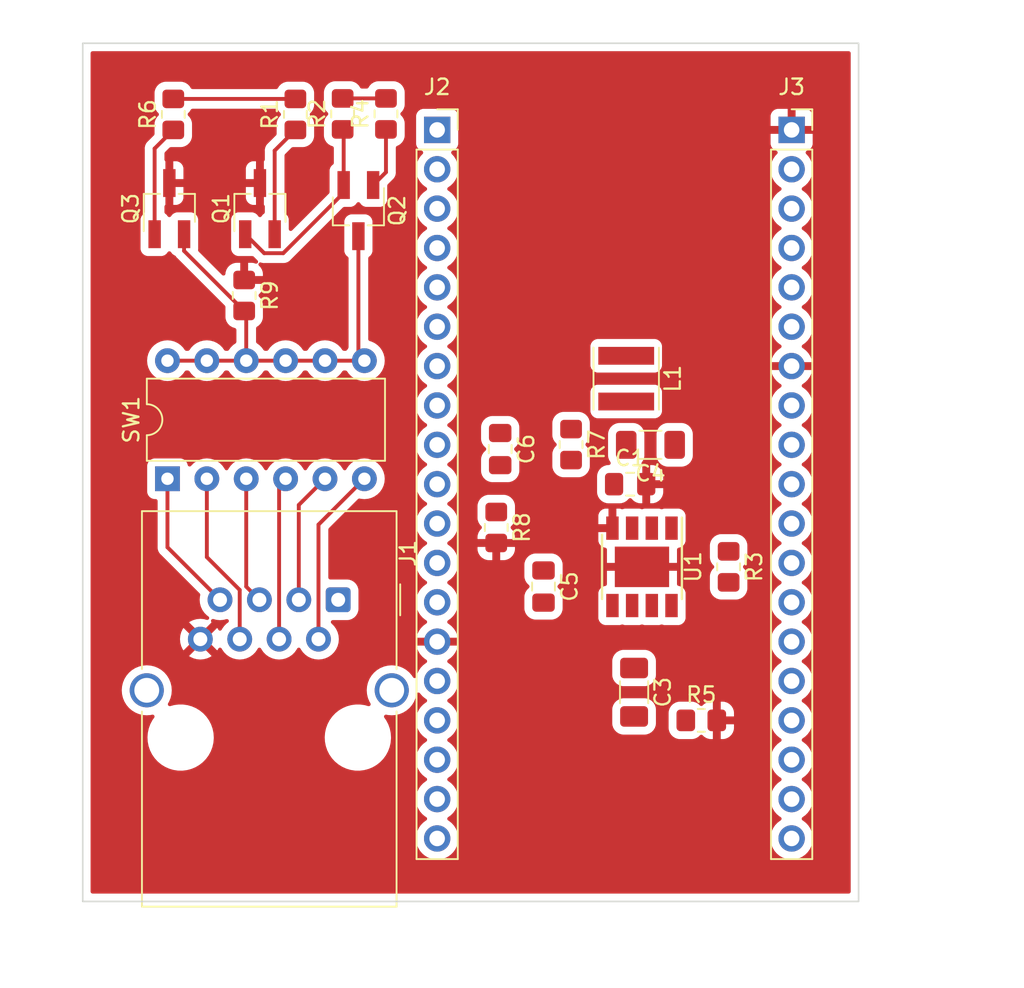
<source format=kicad_pcb>
(kicad_pcb (version 20210925) (generator pcbnew)
  (layers (0 "F.Cu" signal) (31 "B.Cu" signal) (34 "B.Paste" user) (35 "F.Paste" user) (36 "B.SilkS" user "B.Silkscreen") (37 "F.SilkS" user "F.Silkscreen") (38 "B.Mask" user) (39 "F.Mask" user) (44 "Edge.Cuts" user))
  (net 0 "")
  (net 1 "GND")
  (net 2 "Net-(J1-Pad7)")
  (net 3 "Net-(J1-Pad6)")
  (net 4 "Net-(J1-Pad5)")
  (net 5 "Net-(J1-Pad4)")
  (net 6 "Net-(J1-Pad3)")
  (net 7 "Net-(J1-Pad2)")
  (net 8 "VCC")
  (net 9 "GEA_3.3V_RX")
  (net 26 "+5V")
  (net 35 "GEA_3.3V_TX")
  (net 43 "+3V3")
  (net 44 "GEA_BUS")
  (net 45 "Net-(C3-Pad1)")
  (net 46 "Net-(C3-Pad2)")
  (net 47 "Net-(C4-Pad1)")
  (net 48 "Net-(C4-Pad2)")
  (net 49 "Net-(C5-Pad2)")
  (net 50 "Net-(Q1-Pad1)")
  (net 51 "Net-(Q2-Pad1)")
  (net 52 "Net-(R3-Pad2)")
  (footprint "Capacitor_SMD:C_0805_2012Metric_Pad1.18x1.45mm_HandSolder" (layer "F.Cu") (at 141.224 98.8275 -90)
    (fp_text reference "C6" (at 0 -1.68 90) (layer "F.SilkS"))
    (fp_text value "22µF")
    (fp_line (start -0.261252 0.735) (end 0.261252 0.735) (layer "F.SilkS") (width 0.12))
    (fp_line (start -0.261252 -0.735) (end 0.261252 -0.735) (layer "F.SilkS") (width 0.12))
    (pad "1" smd roundrect locked (at -1.0375 0 270) (size 1.175 1.45) (layers "F.Cu" "F.Paste" "F.Mask") (roundrect_rratio 0.212766) (net 26 "+5V"))
    (pad "2" smd roundrect locked (at 1.0375 0 270) (size 1.175 1.45) (layers "F.Cu" "F.Paste" "F.Mask") (roundrect_rratio 0.212766) (net 49 "Net-(C5-Pad2)"))
  )
  (footprint "Resistor_SMD:R_0805_2012Metric_Pad1.20x1.40mm_HandSolder" (layer "F.Cu") (at 120.142 77.232 90)
    (fp_text reference "R6" (at 0 -1.65 90) (layer "F.SilkS"))
    (fp_text value "47k")
    (fp_line (start -0.227064 -0.735) (end 0.227064 -0.735) (layer "F.SilkS") (width 0.12))
    (fp_line (start -0.227064 0.735) (end 0.227064 0.735) (layer "F.SilkS") (width 0.12))
    (pad "1" smd roundrect locked (at -1 0 90) (size 1.2 1.4) (layers "F.Cu" "F.Paste" "F.Mask") (roundrect_rratio 0.208333) (net 9 "GEA_3.3V_RX"))
    (pad "2" smd roundrect locked (at 1 0 90) (size 1.2 1.4) (layers "F.Cu" "F.Paste" "F.Mask") (roundrect_rratio 0.208333) (net 43 "+3V3"))
  )
  (footprint "Package_TO_SOT_SMD:SC-59_Handsoldering" (layer "F.Cu") (at 132.08 83.44 -90)
    (fp_text reference "Q2" (at 0 -2.5 90) (layer "F.SilkS"))
    (fp_text value "Q_NMOS_DGS")
    (fp_line (start 0.95 -1.65) (end 0.95 -0.6) (layer "F.SilkS") (width 0.12))
    (fp_line (start -1.45 -1.65) (end 0.95 -1.65) (layer "F.SilkS") (width 0.12))
    (fp_line (start -0.85 1.65) (end 0.95 1.65) (layer "F.SilkS") (width 0.12))
    (fp_line (start 0.95 1.65) (end 0.95 0.6) (layer "F.SilkS") (width 0.12))
    (pad "1" smd rect locked (at -1.65 -0.95 270) (size 1.8 0.8) (layers "F.Cu" "F.Paste" "F.Mask") (net 51 "Net-(Q2-Pad1)"))
    (pad "2" smd rect locked (at -1.65 0.95 270) (size 1.8 0.8) (layers "F.Cu" "F.Paste" "F.Mask") (net 50 "Net-(Q1-Pad1)"))
    (pad "3" smd rect locked (at 1.65 0 270) (size 1.8 0.8) (layers "F.Cu" "F.Paste" "F.Mask") (net 44 "GEA_BUS"))
  )
  (footprint "Package_DIP:DIP-12_W7.62mm" (layer "F.Cu") (at 119.766 100.742001 90)
    (fp_text reference "SW1" (at 3.81 -2.33 90) (layer "F.SilkS"))
    (fp_text value "SW_DIP_x06")
    (fp_line (start 1.16 -1.33) (end 1.16 14.03) (layer "F.SilkS") (width 0.12))
    (fp_line (start 2.81 -1.33) (end 1.16 -1.33) (layer "F.SilkS") (width 0.12))
    (fp_line (start 6.46 14.03) (end 6.46 -1.33) (layer "F.SilkS") (width 0.12))
    (fp_line (start 6.46 -1.33) (end 4.81 -1.33) (layer "F.SilkS") (width 0.12))
    (fp_line (start 1.16 14.03) (end 6.46 14.03) (layer "F.SilkS") (width 0.12))
    (fp_arc (start 3.81 -1.33) (end 2.81 -1.33) (angle -180) (layer "F.SilkS") (width 0.12))
    (pad "1" thru_hole rect locked (at 0 0 90) (size 1.6 1.6) (drill 0.8) (layers *.Cu *.Mask) (net 2 "Net-(J1-Pad7)"))
    (pad "2" thru_hole oval locked (at 0 2.54 90) (size 1.6 1.6) (drill 0.8) (layers *.Cu *.Mask) (net 3 "Net-(J1-Pad6)"))
    (pad "3" thru_hole oval locked (at 0 5.08 90) (size 1.6 1.6) (drill 0.8) (layers *.Cu *.Mask) (net 4 "Net-(J1-Pad5)"))
    (pad "4" thru_hole oval locked (at 0 7.62 90) (size 1.6 1.6) (drill 0.8) (layers *.Cu *.Mask) (net 5 "Net-(J1-Pad4)"))
    (pad "5" thru_hole oval locked (at 0 10.16 90) (size 1.6 1.6) (drill 0.8) (layers *.Cu *.Mask) (net 6 "Net-(J1-Pad3)"))
    (pad "6" thru_hole oval locked (at 0 12.7 90) (size 1.6 1.6) (drill 0.8) (layers *.Cu *.Mask) (net 7 "Net-(J1-Pad2)"))
    (pad "7" thru_hole oval locked (at 7.62 12.7 90) (size 1.6 1.6) (drill 0.8) (layers *.Cu *.Mask) (net 44 "GEA_BUS"))
    (pad "8" thru_hole oval locked (at 7.62 10.16 90) (size 1.6 1.6) (drill 0.8) (layers *.Cu *.Mask) (net 44 "GEA_BUS"))
    (pad "9" thru_hole oval locked (at 7.62 7.62 90) (size 1.6 1.6) (drill 0.8) (layers *.Cu *.Mask) (net 44 "GEA_BUS"))
    (pad "10" thru_hole oval locked (at 7.62 5.08 90) (size 1.6 1.6) (drill 0.8) (layers *.Cu *.Mask) (net 44 "GEA_BUS"))
    (pad "11" thru_hole oval locked (at 7.62 2.54 90) (size 1.6 1.6) (drill 0.8) (layers *.Cu *.Mask) (net 44 "GEA_BUS"))
    (pad "12" thru_hole oval locked (at 7.62 0 90) (size 1.6 1.6) (drill 0.8) (layers *.Cu *.Mask) (net 44 "GEA_BUS"))
  )
  (footprint "Connector_PinSocket_2.54mm:PinSocket_1x19_P2.54mm_Vertical" (layer "F.Cu") (at 137.16 78.232)
    (fp_text reference "J2" (at 0 -2.77) (layer "F.SilkS"))
    (fp_text value "Conn_01x19_Female")
    (fp_line (start -1.33 47.05) (end 1.33 47.05) (layer "F.SilkS") (width 0.12))
    (fp_line (start -1.33 1.27) (end 1.33 1.27) (layer "F.SilkS") (width 0.12))
    (fp_line (start 1.33 1.27) (end 1.33 47.05) (layer "F.SilkS") (width 0.12))
    (fp_line (start 0 -1.33) (end 1.33 -1.33) (layer "F.SilkS") (width 0.12))
    (fp_line (start 1.33 -1.33) (end 1.33 0) (layer "F.SilkS") (width 0.12))
    (fp_line (start -1.33 1.27) (end -1.33 47.05) (layer "F.SilkS") (width 0.12))
    (pad "1" thru_hole rect locked (at 0 0) (size 1.7 1.7) (drill 1) (layers *.Cu *.Mask) (net 43 "+3V3"))
    (pad "2" thru_hole oval locked (at 0 2.54) (size 1.7 1.7) (drill 1) (layers *.Cu *.Mask))
    (pad "3" thru_hole oval locked (at 0 5.08) (size 1.7 1.7) (drill 1) (layers *.Cu *.Mask))
    (pad "4" thru_hole oval locked (at 0 7.62) (size 1.7 1.7) (drill 1) (layers *.Cu *.Mask))
    (pad "5" thru_hole oval locked (at 0 10.16) (size 1.7 1.7) (drill 1) (layers *.Cu *.Mask))
    (pad "6" thru_hole oval locked (at 0 12.7) (size 1.7 1.7) (drill 1) (layers *.Cu *.Mask))
    (pad "7" thru_hole oval locked (at 0 15.24) (size 1.7 1.7) (drill 1) (layers *.Cu *.Mask))
    (pad "8" thru_hole oval locked (at 0 17.78) (size 1.7 1.7) (drill 1) (layers *.Cu *.Mask))
    (pad "9" thru_hole oval locked (at 0 20.32) (size 1.7 1.7) (drill 1) (layers *.Cu *.Mask))
    (pad "10" thru_hole oval locked (at 0 22.86) (size 1.7 1.7) (drill 1) (layers *.Cu *.Mask))
    (pad "11" thru_hole oval locked (at 0 25.4) (size 1.7 1.7) (drill 1) (layers *.Cu *.Mask))
    (pad "12" thru_hole oval locked (at 0 27.94) (size 1.7 1.7) (drill 1) (layers *.Cu *.Mask))
    (pad "13" thru_hole oval locked (at 0 30.48) (size 1.7 1.7) (drill 1) (layers *.Cu *.Mask))
    (pad "14" thru_hole oval locked (at 0 33.02) (size 1.7 1.7) (drill 1) (layers *.Cu *.Mask) (net 1 "GND"))
    (pad "15" thru_hole oval locked (at 0 35.56) (size 1.7 1.7) (drill 1) (layers *.Cu *.Mask))
    (pad "16" thru_hole oval locked (at 0 38.1) (size 1.7 1.7) (drill 1) (layers *.Cu *.Mask))
    (pad "17" thru_hole oval locked (at 0 40.64) (size 1.7 1.7) (drill 1) (layers *.Cu *.Mask))
    (pad "18" thru_hole oval locked (at 0 43.18) (size 1.7 1.7) (drill 1) (layers *.Cu *.Mask))
    (pad "19" thru_hole oval locked (at 0 45.72) (size 1.7 1.7) (drill 1) (layers *.Cu *.Mask) (net 26 "+5V"))
  )
  (footprint "Inductor_SMD:L_Vishay_IFSC-1515AH_4x4x1.8mm" (layer "F.Cu") (at 149.352 94.283 -90)
    (fp_text reference "L1" (at 0 -3 90) (layer "F.SilkS"))
    (fp_text value "10µH")
    (fp_line (start -2 -2.11) (end 2 -2.11) (layer "F.SilkS") (width 0.12))
    (fp_line (start 2 2.11) (end -2 2.11) (layer "F.SilkS") (width 0.12))
    (pad "1" smd rect locked (at -1.475 0 270) (size 1.15 3.6) (layers "F.Cu" "F.Paste" "F.Mask") (net 48 "Net-(C4-Pad2)"))
    (pad "2" smd rect locked (at 1.475 0 270) (size 1.15 3.6) (layers "F.Cu" "F.Paste" "F.Mask") (net 26 "+5V"))
  )
  (footprint "Package_TO_SOT_SMD:SC-59_Handsoldering" (layer "F.Cu") (at 119.888 83.312 90)
    (fp_text reference "Q3" (at 0 -2.5 90) (layer "F.SilkS"))
    (fp_text value "Q_NMOS_DGS")
    (fp_line (start 0.95 -1.65) (end 0.95 -0.6) (layer "F.SilkS") (width 0.12))
    (fp_line (start -1.45 -1.65) (end 0.95 -1.65) (layer "F.SilkS") (width 0.12))
    (fp_line (start -0.85 1.65) (end 0.95 1.65) (layer "F.SilkS") (width 0.12))
    (fp_line (start 0.95 1.65) (end 0.95 0.6) (layer "F.SilkS") (width 0.12))
    (pad "1" smd rect locked (at -1.65 -0.95 90) (size 1.8 0.8) (layers "F.Cu" "F.Paste" "F.Mask") (net 9 "GEA_3.3V_RX"))
    (pad "2" smd rect locked (at -1.65 0.95 90) (size 1.8 0.8) (layers "F.Cu" "F.Paste" "F.Mask") (net 44 "GEA_BUS"))
    (pad "3" smd rect locked (at 1.65 0 90) (size 1.8 0.8) (layers "F.Cu" "F.Paste" "F.Mask") (net 1 "GND"))
  )
  (footprint "Capacitor_SMD:C_0805_2012Metric_Pad1.18x1.45mm_HandSolder" (layer "F.Cu") (at 149.606 101.092)
    (fp_text reference "C1" (at 0 -1.68) (layer "F.SilkS"))
    (fp_text value "10µF")
    (fp_line (start -0.261252 -0.735) (end 0.261252 -0.735) (layer "F.SilkS") (width 0.12))
    (fp_line (start -0.261252 0.735) (end 0.261252 0.735) (layer "F.SilkS") (width 0.12))
    (pad "1" smd roundrect locked (at -1.0375 0) (size 1.175 1.45) (layers "F.Cu" "F.Paste" "F.Mask") (roundrect_rratio 0.212766) (net 8 "VCC"))
    (pad "2" smd roundrect locked (at 1.0375 0) (size 1.175 1.45) (layers "F.Cu" "F.Paste" "F.Mask") (roundrect_rratio 0.212766) (net 1 "GND"))
  )
  (footprint "Resistor_SMD:R_0805_2012Metric_Pad1.20x1.40mm_HandSolder" (layer "F.Cu") (at 131.064 77.2 90)
    (fp_text reference "R2" (at 0 -1.65 90) (layer "F.SilkS"))
    (fp_text value "47k")
    (fp_line (start -0.227064 -0.735) (end 0.227064 -0.735) (layer "F.SilkS") (width 0.12))
    (fp_line (start -0.227064 0.735) (end 0.227064 0.735) (layer "F.SilkS") (width 0.12))
    (pad "1" smd roundrect locked (at -1 0 90) (size 1.2 1.4) (layers "F.Cu" "F.Paste" "F.Mask") (roundrect_rratio 0.208333) (net 50 "Net-(Q1-Pad1)"))
    (pad "2" smd roundrect locked (at 1 0 90) (size 1.2 1.4) (layers "F.Cu" "F.Paste" "F.Mask") (roundrect_rratio 0.208333) (net 26 "+5V"))
  )
  (footprint "Capacitor_SMD:C_1206_3216Metric_Pad1.33x1.80mm_HandSolder" (layer "F.Cu") (at 149.86 114.5155 -90)
    (fp_text reference "C3" (at 0 -1.85 90) (layer "F.SilkS"))
    (fp_text value "6.8nF")
    (fp_line (start -0.711252 0.91) (end 0.711252 0.91) (layer "F.SilkS") (width 0.12))
    (fp_line (start -0.711252 -0.91) (end 0.711252 -0.91) (layer "F.SilkS") (width 0.12))
    (pad "1" smd roundrect locked (at -1.5625 0 270) (size 1.325 1.8) (layers "F.Cu" "F.Paste" "F.Mask") (roundrect_rratio 0.188679) (net 45 "Net-(C3-Pad1)"))
    (pad "2" smd roundrect locked (at 1.5625 0 270) (size 1.325 1.8) (layers "F.Cu" "F.Paste" "F.Mask") (roundrect_rratio 0.188679) (net 46 "Net-(C3-Pad2)"))
  )
  (footprint "Package_TO_SOT_SMD:SC-59_Handsoldering" (layer "F.Cu") (at 125.73 83.312 90)
    (fp_text reference "Q1" (at 0 -2.5 90) (layer "F.SilkS"))
    (fp_text value "Q_NMOS_DGS")
    (fp_line (start -0.85 1.65) (end 0.95 1.65) (layer "F.SilkS") (width 0.12))
    (fp_line (start 0.95 -1.65) (end 0.95 -0.6) (layer "F.SilkS") (width 0.12))
    (fp_line (start 0.95 1.65) (end 0.95 0.6) (layer "F.SilkS") (width 0.12))
    (fp_line (start -1.45 -1.65) (end 0.95 -1.65) (layer "F.SilkS") (width 0.12))
    (pad "1" smd rect locked (at -1.65 -0.95 90) (size 1.8 0.8) (layers "F.Cu" "F.Paste" "F.Mask") (net 50 "Net-(Q1-Pad1)"))
    (pad "2" smd rect locked (at -1.65 0.95 90) (size 1.8 0.8) (layers "F.Cu" "F.Paste" "F.Mask") (net 35 "GEA_3.3V_TX"))
    (pad "3" smd rect locked (at 1.65 0 90) (size 1.8 0.8) (layers "F.Cu" "F.Paste" "F.Mask") (net 1 "GND"))
  )
  (footprint "Connector_PinSocket_2.54mm:PinSocket_1x19_P2.54mm_Vertical" (layer "F.Cu") (at 160.02 78.232)
    (fp_text reference "J3" (at 0 -2.77) (layer "F.SilkS"))
    (fp_text value "Conn_01x19_Female")
    (fp_line (start -1.33 47.05) (end 1.33 47.05) (layer "F.SilkS") (width 0.12))
    (fp_line (start -1.33 1.27) (end 1.33 1.27) (layer "F.SilkS") (width 0.12))
    (fp_line (start 1.33 -1.33) (end 1.33 0) (layer "F.SilkS") (width 0.12))
    (fp_line (start 1.33 1.27) (end 1.33 47.05) (layer "F.SilkS") (width 0.12))
    (fp_line (start 0 -1.33) (end 1.33 -1.33) (layer "F.SilkS") (width 0.12))
    (fp_line (start -1.33 1.27) (end -1.33 47.05) (layer "F.SilkS") (width 0.12))
    (pad "1" thru_hole rect locked (at 0 0) (size 1.7 1.7) (drill 1) (layers *.Cu *.Mask) (net 1 "GND"))
    (pad "2" thru_hole oval locked (at 0 2.54) (size 1.7 1.7) (drill 1) (layers *.Cu *.Mask))
    (pad "3" thru_hole oval locked (at 0 5.08) (size 1.7 1.7) (drill 1) (layers *.Cu *.Mask))
    (pad "4" thru_hole oval locked (at 0 7.62) (size 1.7 1.7) (drill 1) (layers *.Cu *.Mask))
    (pad "5" thru_hole oval locked (at 0 10.16) (size 1.7 1.7) (drill 1) (layers *.Cu *.Mask))
    (pad "6" thru_hole oval locked (at 0 12.7) (size 1.7 1.7) (drill 1) (layers *.Cu *.Mask))
    (pad "7" thru_hole oval locked (at 0 15.24) (size 1.7 1.7) (drill 1) (layers *.Cu *.Mask) (net 1 "GND"))
    (pad "8" thru_hole oval locked (at 0 17.78) (size 1.7 1.7) (drill 1) (layers *.Cu *.Mask))
    (pad "9" thru_hole oval locked (at 0 20.32) (size 1.7 1.7) (drill 1) (layers *.Cu *.Mask))
    (pad "10" thru_hole oval locked (at 0 22.86) (size 1.7 1.7) (drill 1) (layers *.Cu *.Mask))
    (pad "11" thru_hole oval locked (at 0 25.4) (size 1.7 1.7) (drill 1) (layers *.Cu *.Mask) (net 35 "GEA_3.3V_TX"))
    (pad "12" thru_hole oval locked (at 0 27.94) (size 1.7 1.7) (drill 1) (layers *.Cu *.Mask) (net 9 "GEA_3.3V_RX"))
    (pad "13" thru_hole oval locked (at 0 30.48) (size 1.7 1.7) (drill 1) (layers *.Cu *.Mask))
    (pad "14" thru_hole oval locked (at 0 33.02) (size 1.7 1.7) (drill 1) (layers *.Cu *.Mask))
    (pad "15" thru_hole oval locked (at 0 35.56) (size 1.7 1.7) (drill 1) (layers *.Cu *.Mask))
    (pad "16" thru_hole oval locked (at 0 38.1) (size 1.7 1.7) (drill 1) (layers *.Cu *.Mask))
    (pad "17" thru_hole oval locked (at 0 40.64) (size 1.7 1.7) (drill 1) (layers *.Cu *.Mask))
    (pad "18" thru_hole oval locked (at 0 43.18) (size 1.7 1.7) (drill 1) (layers *.Cu *.Mask))
    (pad "19" thru_hole oval locked (at 0 45.72) (size 1.7 1.7) (drill 1) (layers *.Cu *.Mask))
  )
  (footprint "Resistor_SMD:R_0805_2012Metric_Pad1.20x1.40mm_HandSolder" (layer "F.Cu") (at 140.97 103.886 -90)
    (fp_text reference "R8" (at 0 -1.65 90) (layer "F.SilkS"))
    (fp_text value "10k")
    (fp_line (start -0.227064 0.735) (end 0.227064 0.735) (layer "F.SilkS") (width 0.12))
    (fp_line (start -0.227064 -0.735) (end 0.227064 -0.735) (layer "F.SilkS") (width 0.12))
    (pad "1" smd roundrect locked (at -1 0 270) (size 1.2 1.4) (layers "F.Cu" "F.Paste" "F.Mask") (roundrect_rratio 0.208333) (net 49 "Net-(C5-Pad2)"))
    (pad "2" smd roundrect locked (at 1 0 270) (size 1.2 1.4) (layers "F.Cu" "F.Paste" "F.Mask") (roundrect_rratio 0.208333) (net 1 "GND"))
  )
  (footprint "Resistor_SMD:R_0805_2012Metric_Pad1.20x1.40mm_HandSolder" (layer "F.Cu") (at 128.016 77.232 90)
    (fp_text reference "R1" (at 0 -1.65 90) (layer "F.SilkS"))
    (fp_text value "?")
    (fp_line (start -0.227064 -0.735) (end 0.227064 -0.735) (layer "F.SilkS") (width 0.12))
    (fp_line (start -0.227064 0.735) (end 0.227064 0.735) (layer "F.SilkS") (width 0.12))
    (pad "1" smd roundrect locked (at -1 0 90) (size 1.2 1.4) (layers "F.Cu" "F.Paste" "F.Mask") (roundrect_rratio 0.208333) (net 35 "GEA_3.3V_TX"))
    (pad "2" smd roundrect locked (at 1 0 90) (size 1.2 1.4) (layers "F.Cu" "F.Paste" "F.Mask") (roundrect_rratio 0.208333) (net 43 "+3V3"))
  )
  (footprint "Connector_RJ:RJ45_Wuerth_7499010001A_Horizontal" (layer "F.Cu") (at 130.776 108.552 -90)
    (fp_text reference "J1" (at -3 -4.5 90) (layer "F.SilkS"))
    (fp_text value "RJ45")
    (fp_line (start -5.72 12.655) (end 4.47 12.655) (layer "F.SilkS") (width 0.12))
    (fp_line (start 19.8 12.655) (end 19.8 -3.765) (layer "F.SilkS") (width 0.12))
    (fp_line (start 19.8 -3.765) (end 7.21 -3.765) (layer "F.SilkS") (width 0.12))
    (fp_line (start -1 -4) (end 1 -4) (layer "F.SilkS") (width 0.12))
    (fp_line (start -5.72 -3.765) (end -5.72 12.655) (layer "F.SilkS") (width 0.12))
    (fp_line (start 7.21 12.655) (end 19.8 12.655) (layer "F.SilkS") (width 0.12))
    (fp_line (start 4.47 -3.765) (end -5.72 -3.765) (layer "F.SilkS") (width 0.12))
    (pad "" np_thru_hole circle locked (at 8.89 10.16) (size 3.25 3.25) (drill 3.25) (layers *.Cu *.Mask))
    (pad "" np_thru_hole circle locked (at 8.89 -1.27) (size 3.25 3.25) (drill 3.25) (layers *.Cu *.Mask))
    (pad "1" thru_hole roundrect locked (at 0 0) (size 1.6 1.6) (drill 0.9) (layers *.Cu *.Mask) (roundrect_rratio 0.155) (net 8 "VCC"))
    (pad "2" thru_hole circle locked (at 2.54 1.27) (size 1.6 1.6) (drill 0.9) (layers *.Cu *.Mask) (net 7 "Net-(J1-Pad2)"))
    (pad "3" thru_hole circle locked (at 0 2.54) (size 1.6 1.6) (drill 0.9) (layers *.Cu *.Mask) (net 6 "Net-(J1-Pad3)"))
    (pad "4" thru_hole circle locked (at 2.54 3.81) (size 1.6 1.6) (drill 0.9) (layers *.Cu *.Mask) (net 5 "Net-(J1-Pad4)"))
    (pad "5" thru_hole circle locked (at 0 5.08) (size 1.6 1.6) (drill 0.9) (layers *.Cu *.Mask) (net 4 "Net-(J1-Pad5)"))
    (pad "6" thru_hole circle locked (at 2.54 6.35) (size 1.6 1.6) (drill 0.9) (layers *.Cu *.Mask) (net 3 "Net-(J1-Pad6)"))
    (pad "7" thru_hole circle locked (at 0 7.62) (size 1.6 1.6) (drill 0.9) (layers *.Cu *.Mask) (net 2 "Net-(J1-Pad7)"))
    (pad "8" thru_hole circle locked (at 2.54 8.89) (size 1.6 1.6) (drill 0.9) (layers *.Cu *.Mask) (net 1 "GND"))
    (pad "SH" thru_hole circle locked (at 5.84 -3.455) (size 2.2 2.2) (drill 1.6) (layers *.Cu *.Mask))
    (pad "SH" thru_hole circle locked (at 5.84 12.345) (size 2.2 2.2) (drill 1.6) (layers *.Cu *.Mask))
  )
  (footprint "Package_SO:Diodes_SO-8EP" (layer "F.Cu") (at 150.368 106.426 -90)
    (fp_text reference "U1" (at 0 -3.3 90) (layer "F.SilkS"))
    (fp_text value "AP6502")
    (fp_line (start -2.075 2.575) (end 2.075 2.575) (layer "F.SilkS") (width 0.15))
    (fp_line (start -3.175 -2.575) (end 2.075 -2.575) (layer "F.SilkS") (width 0.15))
    (pad "1" smd rect locked (at -2.4975 -1.905 270) (size 1.505 0.802) (layers "F.Cu" "F.Paste" "F.Mask") (net 47 "Net-(C4-Pad1)"))
    (pad "2" smd rect locked (at -2.4975 -0.635 270) (size 1.505 0.802) (layers "F.Cu" "F.Paste" "F.Mask") (net 8 "VCC"))
    (pad "3" smd rect locked (at -2.4975 0.635 270) (size 1.505 0.802) (layers "F.Cu" "F.Paste" "F.Mask") (net 48 "Net-(C4-Pad2)"))
    (pad "4" smd rect locked (at -2.4975 1.905 270) (size 1.505 0.802) (layers "F.Cu" "F.Paste" "F.Mask") (net 1 "GND"))
    (pad "5" smd rect locked (at 2.4975 1.905 270) (size 1.505 0.802) (layers "F.Cu" "F.Paste" "F.Mask") (net 49 "Net-(C5-Pad2)"))
    (pad "6" smd rect locked (at 2.4975 0.635 270) (size 1.505 0.802) (layers "F.Cu" "F.Paste" "F.Mask") (net 45 "Net-(C3-Pad1)"))
    (pad "7" smd rect locked (at 2.4975 -0.635 270) (size 1.505 0.802) (layers "F.Cu" "F.Paste" "F.Mask") (net 52 "Net-(R3-Pad2)"))
    (pad "8" smd rect locked (at 2.4975 -1.905 270) (size 1.505 0.802) (layers "F.Cu" "F.Paste" "F.Mask"))
    (pad "9" smd rect locked (at 0 0 270) (size 2.613 3.502) (layers "F.Cu" "F.Paste" "F.Mask") (net 1 "GND"))
  )
  (footprint "Resistor_SMD:R_0805_2012Metric_Pad1.20x1.40mm_HandSolder" (layer "F.Cu") (at 154.194 116.332)
    (fp_text reference "R5" (at 0 -1.65) (layer "F.SilkS"))
    (fp_text value "6.8k")
    (fp_line (start -0.227064 -0.735) (end 0.227064 -0.735) (layer "F.SilkS") (width 0.12))
    (fp_line (start -0.227064 0.735) (end 0.227064 0.735) (layer "F.SilkS") (width 0.12))
    (pad "1" smd roundrect locked (at -1 0) (size 1.2 1.4) (layers "F.Cu" "F.Paste" "F.Mask") (roundrect_rratio 0.208333) (net 46 "Net-(C3-Pad2)"))
    (pad "2" smd roundrect locked (at 1 0) (size 1.2 1.4) (layers "F.Cu" "F.Paste" "F.Mask") (roundrect_rratio 0.208333) (net 1 "GND"))
  )
  (footprint "Capacitor_SMD:C_0805_2012Metric_Pad1.18x1.45mm_HandSolder" (layer "F.Cu") (at 144.018 107.696 -90)
    (fp_text reference "C5" (at 0 -1.68 90) (layer "F.SilkS"))
    (fp_text value "22µF")
    (fp_line (start -0.261252 -0.735) (end 0.261252 -0.735) (layer "F.SilkS") (width 0.12))
    (fp_line (start -0.261252 0.735) (end 0.261252 0.735) (layer "F.SilkS") (width 0.12))
    (pad "1" smd roundrect locked (at -1.0375 0 270) (size 1.175 1.45) (layers "F.Cu" "F.Paste" "F.Mask") (roundrect_rratio 0.212766) (net 26 "+5V"))
    (pad "2" smd roundrect locked (at 1.0375 0 270) (size 1.175 1.45) (layers "F.Cu" "F.Paste" "F.Mask") (roundrect_rratio 0.212766) (net 49 "Net-(C5-Pad2)"))
  )
  (footprint "Capacitor_SMD:C_1206_3216Metric_Pad1.33x1.80mm_HandSolder" (layer "F.Cu") (at 150.9145 98.552 180)
    (fp_text reference "C4" (at 0 -1.85) (layer "F.SilkS"))
    (fp_text value "10nF")
    (fp_line (start -0.711252 -0.91) (end 0.711252 -0.91) (layer "F.SilkS") (width 0.12))
    (fp_line (start -0.711252 0.91) (end 0.711252 0.91) (layer "F.SilkS") (width 0.12))
    (pad "1" smd roundrect locked (at -1.5625 0 180) (size 1.325 1.8) (layers "F.Cu" "F.Paste" "F.Mask") (roundrect_rratio 0.188679) (net 47 "Net-(C4-Pad1)"))
    (pad "2" smd roundrect locked (at 1.5625 0 180) (size 1.325 1.8) (layers "F.Cu" "F.Paste" "F.Mask") (roundrect_rratio 0.188679) (net 48 "Net-(C4-Pad2)"))
  )
  (footprint "Resistor_SMD:R_0805_2012Metric_Pad1.20x1.40mm_HandSolder" (layer "F.Cu") (at 133.858 77.2 90)
    (fp_text reference "R4" (at 0 -1.65 90) (layer "F.SilkS"))
    (fp_text value "47k")
    (fp_line (start -0.227064 -0.735) (end 0.227064 -0.735) (layer "F.SilkS") (width 0.12))
    (fp_line (start -0.227064 0.735) (end 0.227064 0.735) (layer "F.SilkS") (width 0.12))
    (pad "1" smd roundrect locked (at -1 0 90) (size 1.2 1.4) (layers "F.Cu" "F.Paste" "F.Mask") (roundrect_rratio 0.208333) (net 51 "Net-(Q2-Pad1)"))
    (pad "2" smd roundrect locked (at 1 0 90) (size 1.2 1.4) (layers "F.Cu" "F.Paste" "F.Mask") (roundrect_rratio 0.208333) (net 26 "+5V"))
  )
  (footprint "Resistor_SMD:R_0805_2012Metric_Pad1.20x1.40mm_HandSolder" (layer "F.Cu") (at 145.796 98.536 -90)
    (fp_text reference "R7" (at 0 -1.65 90) (layer "F.SilkS"))
    (fp_text value "53.3k")
    (fp_line (start -0.227064 0.735) (end 0.227064 0.735) (layer "F.SilkS") (width 0.12))
    (fp_line (start -0.227064 -0.735) (end 0.227064 -0.735) (layer "F.SilkS") (width 0.12))
    (pad "1" smd roundrect locked (at -1 0 270) (size 1.2 1.4) (layers "F.Cu" "F.Paste" "F.Mask") (roundrect_rratio 0.208333) (net 26 "+5V"))
    (pad "2" smd roundrect locked (at 1 0 270) (size 1.2 1.4) (layers "F.Cu" "F.Paste" "F.Mask") (roundrect_rratio 0.208333) (net 49 "Net-(C5-Pad2)"))
  )
  (footprint "Resistor_SMD:R_0805_2012Metric_Pad1.20x1.40mm_HandSolder" (layer "F.Cu") (at 155.956 106.426 -90)
    (fp_text reference "R3" (at 0 -1.65 90) (layer "F.SilkS"))
    (fp_text value "100k")
    (fp_line (start -0.227064 0.735) (end 0.227064 0.735) (layer "F.SilkS") (width 0.12))
    (fp_line (start -0.227064 -0.735) (end 0.227064 -0.735) (layer "F.SilkS") (width 0.12))
    (pad "1" smd roundrect locked (at -1 0 270) (size 1.2 1.4) (layers "F.Cu" "F.Paste" "F.Mask") (roundrect_rratio 0.208333) (net 8 "VCC"))
    (pad "2" smd roundrect locked (at 1 0 270) (size 1.2 1.4) (layers "F.Cu" "F.Paste" "F.Mask") (roundrect_rratio 0.208333) (net 52 "Net-(R3-Pad2)"))
  )
  (footprint "Resistor_SMD:R_0805_2012Metric_Pad1.20x1.40mm_HandSolder" (layer "F.Cu") (at 124.714 88.916 -90)
    (fp_text reference "R9" (at 0 -1.65 90) (layer "F.SilkS"))
    (fp_text value "?")
    (fp_line (start -0.227064 0.735) (end 0.227064 0.735) (layer "F.SilkS") (width 0.12))
    (fp_line (start -0.227064 -0.735) (end 0.227064 -0.735) (layer "F.SilkS") (width 0.12))
    (pad "1" smd roundrect locked (at -1 0 270) (size 1.2 1.4) (layers "F.Cu" "F.Paste" "F.Mask") (roundrect_rratio 0.208333) (net 1 "GND"))
    (pad "2" smd roundrect locked (at 1 0 270) (size 1.2 1.4) (layers "F.Cu" "F.Paste" "F.Mask") (roundrect_rratio 0.208333) (net 44 "GEA_BUS"))
  )
  (gr_rect (start 164.338 128.016) (end 114.3 72.644) (layer "Edge.Cuts") (width 0.1) (fill none))
  (segment (start 119.766 100.742001) (end 119.766 105.162) (width 0.25) (layer "F.Cu") (net 2))
  (segment (start 119.766 105.162) (end 123.156 108.552) (width 0.25) (layer "F.Cu") (net 2))
  (segment (start 124.426 111.092) (end 124.426 107.917704) (width 0.25) (layer "F.Cu") (net 3))
  (segment (start 124.426 107.917704) (end 122.306 105.797704) (width 0.25) (layer "F.Cu") (net 3))
  (segment (start 122.306 105.797704) (end 122.306 100.742001) (width 0.25) (layer "F.Cu") (net 3))
  (segment (start 124.846 100.742001) (end 124.846 107.702) (width 0.25) (layer "F.Cu") (net 4))
  (segment (start 124.846 107.702) (end 125.696 108.552) (width 0.25) (layer "F.Cu") (net 4))
  (segment (start 126.966 101.162001) (end 126.966 111.092) (width 0.25) (layer "F.Cu") (net 5))
  (segment (start 127.386 100.742001) (end 126.966 101.162001) (width 0.25) (layer "F.Cu") (net 5))
  (segment (start 128.236 102.432001) (end 129.926 100.742001) (width 0.25) (layer "F.Cu") (net 6))
  (segment (start 128.236 108.552) (end 128.236 102.432001) (width 0.25) (layer "F.Cu") (net 6))
  (segment (start 129.506 103.702001) (end 132.466 100.742001) (width 0.25) (layer "F.Cu") (net 7))
  (segment (start 129.506 111.092) (end 129.506 103.702001) (width 0.25) (layer "F.Cu") (net 7))
  (segment (start 118.938 79.436) (end 120.142 78.232) (width 0.25) (layer "F.Cu") (net 9))
  (segment (start 118.938 84.962) (end 118.938 79.436) (width 0.25) (layer "F.Cu") (net 9))
  (segment (start 131.064 76.2) (end 133.858 76.2) (width 0.25) (layer "F.Cu") (net 26))
  (segment (start 126.68 79.568) (end 128.016 78.232) (width 0.25) (layer "F.Cu") (net 35))
  (segment (start 126.68 84.962) (end 126.68 79.568) (width 0.25) (layer "F.Cu") (net 35))
  (segment (start 120.142 76.232) (end 128.016 76.232) (width 0.25) (layer "F.Cu") (net 43))
  (segment (start 122.306 93.122001) (end 119.766 93.122001) (width 0.25) (layer "F.Cu") (net 44))
  (segment (start 124.714 89.916) (end 120.838 86.04) (width 0.25) (layer "F.Cu") (net 44))
  (segment (start 129.926 93.122001) (end 127.386 93.122001) (width 0.25) (layer "F.Cu") (net 44))
  (segment (start 132.08 85.09) (end 132.08 92.736001) (width 0.25) (layer "F.Cu") (net 44))
  (segment (start 132.08 92.736001) (end 132.466 93.122001) (width 0.25) (layer "F.Cu") (net 44))
  (segment (start 127.386 93.122001) (end 124.846 93.122001) (width 0.25) (layer "F.Cu") (net 44))
  (segment (start 124.846 90.048) (end 124.714 89.916) (width 0.25) (layer "F.Cu") (net 44))
  (segment (start 124.846 93.122001) (end 124.846 90.048) (width 0.25) (layer "F.Cu") (net 44))
  (segment (start 124.846 93.122001) (end 122.306 93.122001) (width 0.25) (layer "F.Cu") (net 44))
  (segment (start 132.466 93.122001) (end 129.926 93.122001) (width 0.25) (layer "F.Cu") (net 44))
  (segment (start 120.838 86.04) (end 120.838 84.962) (width 0.25) (layer "F.Cu") (net 44))
  (segment (start 124.78 84.962) (end 126.004511 86.186511) (width 0.25) (layer "F.Cu") (net 50))
  (segment (start 131.13 78.266) (end 131.064 78.2) (width 0.25) (layer "F.Cu") (net 50))
  (segment (start 131.13 82.29) (end 131.13 81.79) (width 0.25) (layer "F.Cu") (net 50))
  (segment (start 126.004511 86.186511) (end 127.233489 86.186511) (width 0.25) (layer "F.Cu") (net 50))
  (segment (start 131.13 81.79) (end 131.13 78.266) (width 0.25) (layer "F.Cu") (net 50))
  (segment (start 127.233489 86.186511) (end 131.13 82.29) (width 0.25) (layer "F.Cu") (net 50))
  (segment (start 133.858 78.2) (end 133.858 80.962) (width 0.25) (layer "F.Cu") (net 51))
  (segment (start 133.858 80.962) (end 133.03 81.79) (width 0.25) (layer "F.Cu") (net 51))
  (zone (net 1) (net_name "GND") (layer "F.Cu") (connect_pads (clearance 0.508)) (min_thickness 0.254) (fill yes (thermal_gap 0.508) (thermal_bridge_width 0.508))
    (polygon (pts (xy 170.434 70.104) (xy 175.006 132.842) (xy 108.966 133.604) (xy 110.744 69.85)))
  )
)
</source>
